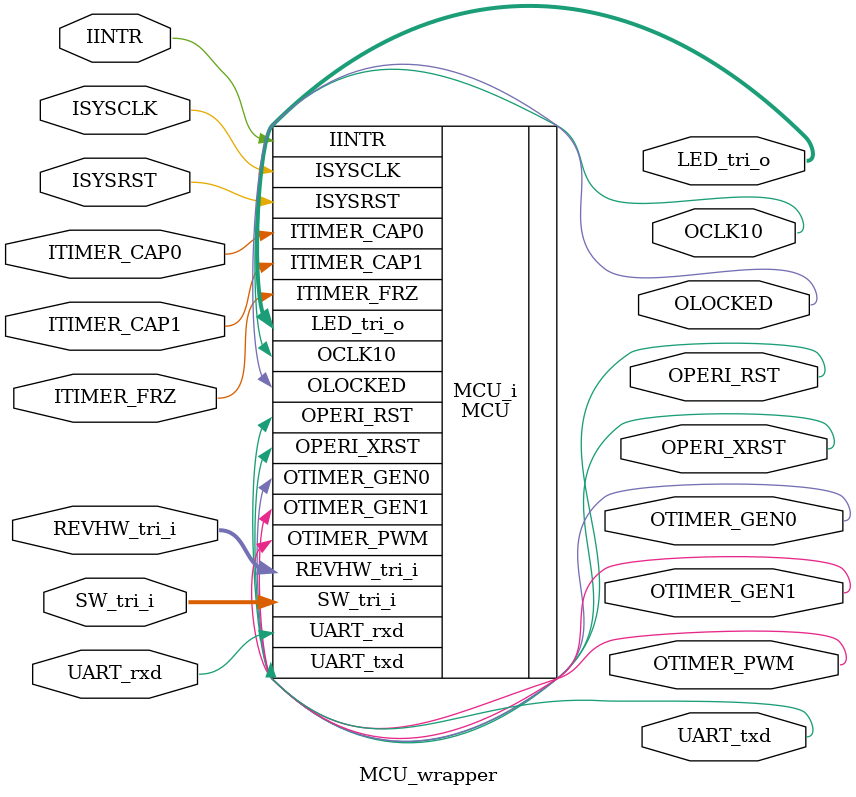
<source format=v>
`timescale 1 ps / 1 ps

module MCU_wrapper
   (IINTR,
    ISYSCLK,
    ISYSRST,
    ITIMER_CAP0,
    ITIMER_CAP1,
    ITIMER_FRZ,
    LED_tri_o,
    OCLK10,
    OLOCKED,
    OPERI_RST,
    OPERI_XRST,
    OTIMER_GEN0,
    OTIMER_GEN1,
    OTIMER_PWM,
    REVHW_tri_i,
    SW_tri_i,
    UART_rxd,
    UART_txd);
  input IINTR;
  input ISYSCLK;
  input ISYSRST;
  input ITIMER_CAP0;
  input ITIMER_CAP1;
  input ITIMER_FRZ;
  output [7:0]LED_tri_o;
  output OCLK10;
  output OLOCKED;
  output [0:0]OPERI_RST;
  output [0:0]OPERI_XRST;
  output OTIMER_GEN0;
  output OTIMER_GEN1;
  output OTIMER_PWM;
  input [31:0]REVHW_tri_i;
  input [7:0]SW_tri_i;
  input UART_rxd;
  output UART_txd;

  wire IINTR;
  wire ISYSCLK;
  wire ISYSRST;
  wire ITIMER_CAP0;
  wire ITIMER_CAP1;
  wire ITIMER_FRZ;
  wire [7:0]LED_tri_o;
  wire OCLK10;
  wire OLOCKED;
  wire [0:0]OPERI_RST;
  wire [0:0]OPERI_XRST;
  wire OTIMER_GEN0;
  wire OTIMER_GEN1;
  wire OTIMER_PWM;
  wire [31:0]REVHW_tri_i;
  wire [7:0]SW_tri_i;
  wire UART_rxd;
  wire UART_txd;

  MCU MCU_i
       (.IINTR(IINTR),
        .ISYSCLK(ISYSCLK),
        .ISYSRST(ISYSRST),
        .ITIMER_CAP0(ITIMER_CAP0),
        .ITIMER_CAP1(ITIMER_CAP1),
        .ITIMER_FRZ(ITIMER_FRZ),
        .LED_tri_o(LED_tri_o),
        .OCLK10(OCLK10),
        .OLOCKED(OLOCKED),
        .OPERI_RST(OPERI_RST),
        .OPERI_XRST(OPERI_XRST),
        .OTIMER_GEN0(OTIMER_GEN0),
        .OTIMER_GEN1(OTIMER_GEN1),
        .OTIMER_PWM(OTIMER_PWM),
        .REVHW_tri_i(REVHW_tri_i),
        .SW_tri_i(SW_tri_i),
        .UART_rxd(UART_rxd),
        .UART_txd(UART_txd));
endmodule

</source>
